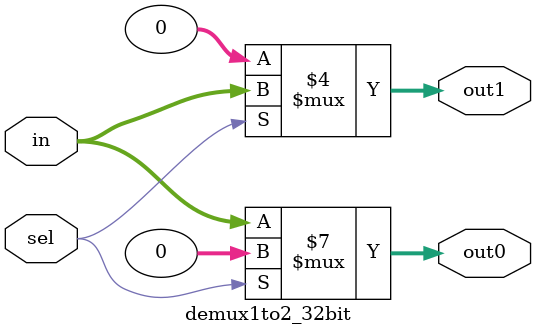
<source format=v>
module demux1to2_32bit(
    input [31:0] in,         // 32-bit input
    input sel,               // Single-bit selection input
    output reg [31:0] out0,  // First 32-bit output
    output reg [31:0] out1   // Second 32-bit output
);

// Always block to update outputs based on selection
always @(in or sel) begin
    // Based on selection, route input to one of the outputs
    if (sel == 1'b0) begin
        out0 = in;           // Route input to out0
        out1 = 32'b0;        // Set out1 to 0
    end else begin
        out0 = 32'b0;        // Set out0 to 0
        out1 = in;           // Route input to out1
    end
end

endmodule

</source>
